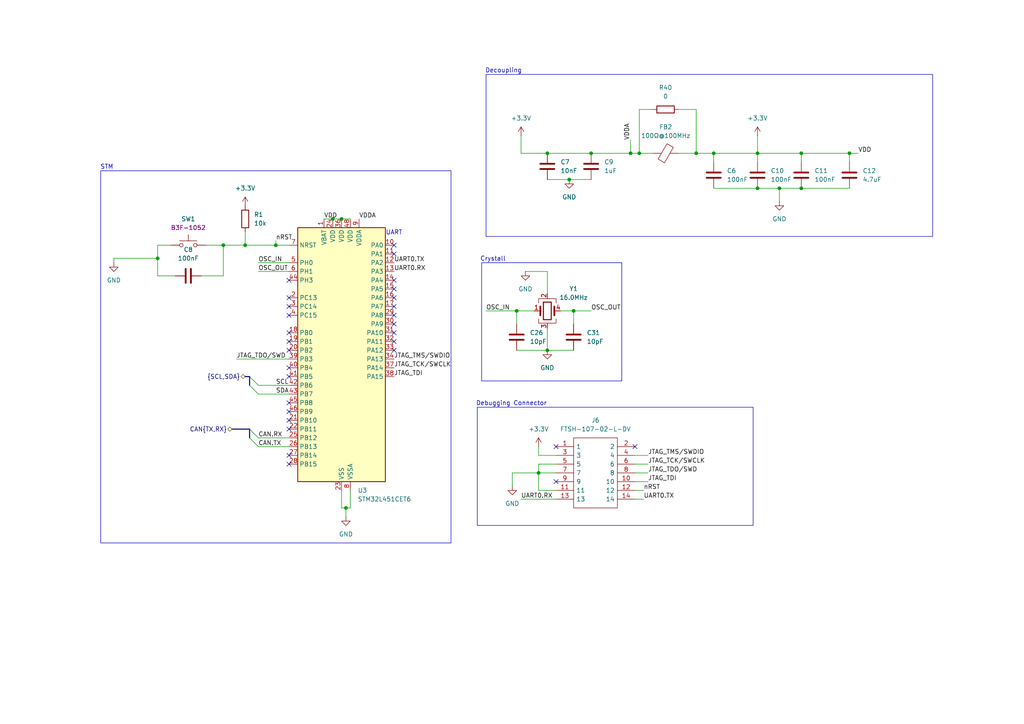
<source format=kicad_sch>
(kicad_sch (version 20250114) (generator "eeschema") (generator_version "9.0")
  (paper "A4")
  (title_block (date "2025-10-21") (company "Giacomo Raggi"))
  (lib_symbols
    (symbol "#dzdb:g_cap/C-100n-0603" (pin_numbers (hide yes)) (pin_names (offset 0.254))
      (property "Reference" "C" (at 0.635 2.54 0))
      (property "Value" "100nF" (at 0.635 -2.54 0))
      (symbol "g_cap/C-100n-0603_0_1"
        (polyline (pts (xy -2.032 0.762) (xy 2.032 0.762)) (stroke (width 0.508)))
        (polyline (pts (xy -2.032 -0.762) (xy 2.032 -0.762)) (stroke (width 0.508)))
      )
      (symbol "g_cap/C-100n-0603_1_1"
        (pin passive line (at 0 3.81 270) (length 2.794) (name "~") (number "1"))
        (pin passive line (at 0 -3.81 90) (length 2.794) (name "~") (number "2"))
      )
    )
    (symbol "#dzdb:g_cap/C-10n-0603" (pin_numbers (hide yes)) (pin_names (offset 0.254))
      (property "Reference" "C" (at 0.635 2.54 0))
      (property "Value" "10nF" (at 0.635 -2.54 0))
      (symbol "g_cap/C-10n-0603_0_1"
        (polyline (pts (xy -2.032 0.762) (xy 2.032 0.762)) (stroke (width 0.508)))
        (polyline (pts (xy -2.032 -0.762) (xy 2.032 -0.762)) (stroke (width 0.508)))
      )
      (symbol "g_cap/C-10n-0603_1_1"
        (pin passive line (at 0 3.81 270) (length 2.794) (name "~") (number "1"))
        (pin passive line (at 0 -3.81 90) (length 2.794) (name "~") (number "2"))
      )
    )
    (symbol "#dzdb:g_cap/C-10p-0603" (pin_numbers (hide yes)) (pin_names (offset 0.254))
      (property "Reference" "C" (at 0.635 2.54 0))
      (property "Value" "10pF" (at 0.635 -2.54 0))
      (symbol "g_cap/C-10p-0603_0_1"
        (polyline (pts (xy -2.032 0.762) (xy 2.032 0.762)) (stroke (width 0.508)))
        (polyline (pts (xy -2.032 -0.762) (xy 2.032 -0.762)) (stroke (width 0.508)))
      )
      (symbol "g_cap/C-10p-0603_1_1"
        (pin passive line (at 0 3.81 270) (length 2.794) (name "~") (number "1"))
        (pin passive line (at 0 -3.81 90) (length 2.794) (name "~") (number "2"))
      )
    )
    (symbol "#dzdb:g_cap/C-1u-0603" (pin_numbers (hide yes)) (pin_names (offset 0.254))
      (property "Reference" "C" (at 0.635 2.54 0))
      (property "Value" "1uF" (at 0.635 -2.54 0))
      (symbol "g_cap/C-1u-0603_0_1"
        (polyline (pts (xy -2.032 0.762) (xy 2.032 0.762)) (stroke (width 0.508)))
        (polyline (pts (xy -2.032 -0.762) (xy 2.032 -0.762)) (stroke (width 0.508)))
      )
      (symbol "g_cap/C-1u-0603_1_1"
        (pin passive line (at 0 3.81 270) (length 2.794) (name "~") (number "1"))
        (pin passive line (at 0 -3.81 90) (length 2.794) (name "~") (number "2"))
      )
    )
    (symbol "#dzdb:g_cap/C-4.7u-0402" (pin_numbers (hide yes)) (pin_names (offset 0.254))
      (property "Reference" "C" (at 0.635 2.54 0))
      (property "Value" "4.7uF" (at 0.635 -2.54 0))
      (symbol "g_cap/C-4.7u-0402_0_1"
        (polyline (pts (xy -2.032 0.762) (xy 2.032 0.762)) (stroke (width 0.508)))
        (polyline (pts (xy -2.032 -0.762) (xy 2.032 -0.762)) (stroke (width 0.508)))
      )
      (symbol "g_cap/C-4.7u-0402_1_1"
        (pin passive line (at 0 3.81 270) (length 2.794) (name "~") (number "1"))
        (pin passive line (at 0 -3.81 90) (length 2.794) (name "~") (number "2"))
      )
    )
    (symbol "#dzdb:g_res/R-0-0201" (pin_numbers (hide yes)) (pin_names (offset 0))
      (property "Reference" "R" (at 2.032 0 90))
      (property "Value" "0" (at 0 0 90))
      (symbol "g_res/R-0-0201_0_1"
        (rectangle (start -1.016 -2.54) (end 1.016 2.54) (stroke (width 0.254)))
      )
      (symbol "g_res/R-0-0201_1_1"
        (pin passive line (at 0 3.81 270) (length 1.27) (name "~") (number "1"))
        (pin passive line (at 0 -3.81 90) (length 1.27) (name "~") (number "2"))
      )
    )
    (symbol "#dzdb:g_res/R-10k-0603" (pin_numbers (hide yes)) (pin_names (offset 0))
      (property "Reference" "R" (at 2.032 0 90))
      (property "Value" "10k" (at 0 0 90))
      (symbol "g_res/R-10k-0603_0_1"
        (rectangle (start -1.016 -2.54) (end 1.016 2.54) (stroke (width 0.254)))
      )
      (symbol "g_res/R-10k-0603_1_1"
        (pin passive line (at 0 3.81 270) (length 1.27) (name "~") (number "1"))
        (pin passive line (at 0 -3.81 90) (length 1.27) (name "~") (number "2"))
      )
    )
    (symbol "#dzdb:s_clock/Y-WUERTH-830064296" (pin_names (offset 1.016) (hide yes))
      (property "Reference" "Y" (at 3.175 5.08 0))
      (property "Value" "16.0MHz" (at 3.175 3.175 0))
      (symbol "s_clock/Y-WUERTH-830064296_0_1"
        (polyline (pts (xy -2.54 2.286) (xy -2.54 3.556) (xy 2.54 3.556) (xy 2.54 2.286)))
        (polyline (pts (xy -2.54 0) (xy -2.032 0)))
        (polyline (pts (xy -2.54 -2.286) (xy -2.54 -3.556) (xy 2.54 -3.556) (xy 2.54 -2.286)))
        (polyline (pts (xy -2.032 -1.27) (xy -2.032 1.27)) (stroke (width 0.508)))
        (rectangle (start -1.143 2.54) (end 1.143 -2.54) (stroke (width 0.3048)))
        (polyline (pts (xy 0 3.556) (xy 0 3.81)))
        (polyline (pts (xy 0 -3.81) (xy 0 -3.556)))
        (polyline (pts (xy 2.032 0) (xy 2.54 0)))
        (polyline (pts (xy 2.032 -1.27) (xy 2.032 1.27)) (stroke (width 0.508)))
      )
      (symbol "s_clock/Y-WUERTH-830064296_1_1"
        (pin passive line (at -3.81 0 0) (length 1.27) (name "1") (number "1"))
        (pin passive line (at 0 5.08 270) (length 1.27) (name "2") (number "2"))
        (pin passive line (at 0 -5.08 90) (length 1.27) (name "3") (number "3"))
        (pin passive line (at 3.81 0 180) (length 1.27) (name "4") (number "4"))
      )
    )
    (symbol "#dzdb:s_con/CON-SAMTEC-FTSH-107-02-L-DV" (pin_names (offset 0.762))
      (property "Reference" "J" (at 19.05 7.62 0))
      (property "Value" "FTSH-107-02-L-DV" (at 19.05 5.08 0))
      (symbol "s_con/CON-SAMTEC-FTSH-107-02-L-DV_0_0"
        (pin passive line (at 0 0 0) (length 5.08) (name "1") (number "1"))
        (pin passive line (at 0 -2.54 0) (length 5.08) (name "3") (number "3"))
        (pin passive line (at 0 -5.08 0) (length 5.08) (name "5") (number "5"))
        (pin passive line (at 0 -7.62 0) (length 5.08) (name "7") (number "7"))
        (pin passive line (at 0 -10.16 0) (length 5.08) (name "9") (number "9"))
        (pin passive line (at 0 -12.7 0) (length 5.08) (name "11") (number "11"))
        (pin passive line (at 0 -15.24 0) (length 5.08) (name "13") (number "13"))
        (pin passive line (at 22.86 0 180) (length 5.08) (name "2") (number "2"))
        (pin passive line (at 22.86 -2.54 180) (length 5.08) (name "4") (number "4"))
        (pin passive line (at 22.86 -5.08 180) (length 5.08) (name "6") (number "6"))
        (pin passive line (at 22.86 -7.62 180) (length 5.08) (name "8") (number "8"))
        (pin passive line (at 22.86 -10.16 180) (length 5.08) (name "10") (number "10"))
        (pin passive line (at 22.86 -12.7 180) (length 5.08) (name "12") (number "12"))
        (pin passive line (at 22.86 -15.24 180) (length 5.08) (name "14") (number "14"))
      )
      (symbol "s_con/CON-SAMTEC-FTSH-107-02-L-DV_0_1"
        (polyline (pts (xy 5.08 2.54) (xy 17.78 2.54) (xy 17.78 -17.78) (xy 5.08 -17.78) (xy 5.08 2.54)) (stroke (width 0.1524)))
      )
    )
    (symbol "#dzdb:s_ind/L-MUR-BLM18SP101SN1" (pin_numbers (hide yes)) (pin_names (offset 0))
      (property "Reference" "FB" (at -3.81 0.635 90))
      (property "Value" "100Ω@100MHz" (at 3.81 0 90))
      (symbol "s_ind/L-MUR-BLM18SP101SN1_0_1"
        (polyline (pts (xy -2.7686 0.4064) (xy -1.7018 2.2606) (xy 2.7686 -0.3048) (xy 1.6764 -2.159) (xy -2.7686 0.4064)))
        (polyline (pts (xy 0 1.27) (xy 0 1.2954)))
        (polyline (pts (xy 0 -1.27) (xy 0 -1.2192)))
      )
      (symbol "s_ind/L-MUR-BLM18SP101SN1_1_1"
        (pin passive line (at 0 3.81 270) (length 2.54) (name "~") (number "1"))
        (pin passive line (at 0 -3.81 90) (length 2.54) (name "~") (number "2"))
      )
    )
    (symbol "#dzdb:s_mech/M-OMR-B3F1052" (pin_numbers (hide yes)) (pin_names (offset 1.016) (hide yes))
      (property "Reference" "SW" (at 1.27 2.54 0))
      (property "MPN" "B3F-1052" (at 0 0 0))
      (symbol "s_mech/M-OMR-B3F1052_0_1"
        (circle (center -2.032 0) (radius 0.508))
        (polyline (pts (xy 0 1.27) (xy 0 3.048)))
        (circle (center 2.032 0) (radius 0.508))
        (polyline (pts (xy 2.54 1.27) (xy -2.54 1.27)))
        (pin passive line (at -5.08 0 0) (length 2.54) (name "1") (number "1"))
        (pin passive line (at 5.08 0 180) (length 2.54) (name "2") (number "2"))
      )
    )
    (symbol "g_cap/C-100n-0603_1" (pin_numbers (hide yes)) (pin_names (offset 0.254))
      (property "Reference" "C" (at 0.635 2.54 0))
      (property "Value" "100nF" (at 0.635 -2.54 0))
      (symbol "g_cap/C-100n-0603_1_0_1"
        (polyline (pts (xy -2.032 0.762) (xy 2.032 0.762)) (stroke (width 0.508)))
        (polyline (pts (xy -2.032 -0.762) (xy 2.032 -0.762)) (stroke (width 0.508)))
      )
      (symbol "g_cap/C-100n-0603_1_1_1"
        (pin passive line (at 0 3.81 270) (length 2.794) (name "~") (number "1"))
        (pin passive line (at 0 -3.81 90) (length 2.794) (name "~") (number "2"))
      )
    )
    (symbol "power:+3.3V" (power) (pin_numbers (hide yes)) (pin_names (offset 0) (hide yes))
      (property "Value" "+3.3V" (at 0 3.556 0))
      (symbol "+3.3V_0_1"
        (polyline (pts (xy -0.762 1.27) (xy 0 2.54)))
        (polyline (pts (xy 0 2.54) (xy 0.762 1.27)))
        (polyline (pts (xy 0 0) (xy 0 2.54)))
      )
      (symbol "+3.3V_1_1"
        (pin power_in line (at 0 0 90) (length 0) (name "~") (number "1"))
      )
    )
    (symbol "power:GND" (power) (pin_numbers (hide yes)) (pin_names (offset 0) (hide yes))
      (property "Value" "GND" (at 0 -3.81 0))
      (symbol "GND_0_1"
        (polyline (pts (xy 0 0) (xy 0 -1.27) (xy 1.27 -1.27) (xy 0 -2.54) (xy -1.27 -1.27) (xy 0 -1.27)))
      )
      (symbol "GND_1_1"
        (pin power_in line (at 0 0 270) (length 0) (name "~") (number "1"))
      )
    )
    (symbol "s_mcu/M-STM-STM32L451CET6_1"
      (property "Reference" "U" (at -12.7 39.37 0))
      (property "Value" "STM32L451CET6" (at 7.62 39.37 0))
      (symbol "s_mcu/M-STM-STM32L451CET6_1_0_1"
        (rectangle (start -12.7 -35.56) (end 12.7 38.1) (stroke (width 0.254)) (fill (type background)))
      )
      (symbol "s_mcu/M-STM-STM32L451CET6_1_1_1"
        (pin input line (at -15.24 33.02 0) (length 2.54) (name "NRST") (number "7"))
        (pin bidirectional line (at -15.24 27.94 0) (length 2.54) (name "PH0") (number "5"))
        (pin bidirectional line (at -15.24 25.4 0) (length 2.54) (name "PH1") (number "6"))
        (pin bidirectional line (at -15.24 22.86 0) (length 2.54) (name "PH3") (number "44"))
        (pin bidirectional line (at -15.24 17.78 0) (length 2.54) (name "PC13") (number "2"))
        (pin bidirectional line (at -15.24 15.24 0) (length 2.54) (name "PC14") (number "3"))
        (pin bidirectional line (at -15.24 12.7 0) (length 2.54) (name "PC15") (number "4"))
        (pin bidirectional line (at -15.24 7.62 0) (length 2.54) (name "PB0") (number "18"))
        (pin bidirectional line (at -15.24 5.08 0) (length 2.54) (name "PB1") (number "19"))
        (pin bidirectional line (at -15.24 2.54 0) (length 2.54) (name "PB2") (number "20"))
        (pin bidirectional line (at -15.24 0 0) (length 2.54) (name "PB3") (number "39"))
        (pin bidirectional line (at -15.24 -2.54 0) (length 2.54) (name "PB4") (number "40"))
        (pin bidirectional line (at -15.24 -5.08 0) (length 2.54) (name "PB5") (number "41"))
        (pin bidirectional line (at -15.24 -7.62 0) (length 2.54) (name "PB6") (number "42"))
        (pin bidirectional line (at -15.24 -10.16 0) (length 2.54) (name "PB7") (number "43"))
        (pin bidirectional line (at -15.24 -12.7 0) (length 2.54) (name "PB8") (number "45"))
        (pin bidirectional line (at -15.24 -15.24 0) (length 2.54) (name "PB9") (number "46"))
        (pin bidirectional line (at -15.24 -17.78 0) (length 2.54) (name "PB10") (number "21"))
        (pin bidirectional line (at -15.24 -20.32 0) (length 2.54) (name "PB11") (number "22"))
        (pin bidirectional line (at -15.24 -22.86 0) (length 2.54) (name "PB12") (number "25"))
        (pin bidirectional line (at -15.24 -25.4 0) (length 2.54) (name "PB13") (number "26"))
        (pin bidirectional line (at -15.24 -27.94 0) (length 2.54) (name "PB14") (number "27"))
        (pin bidirectional line (at -15.24 -30.48 0) (length 2.54) (name "PB15") (number "28"))
        (pin power_in line (at -5.08 40.64 270) (length 2.54) (name "VBAT") (number "1"))
        (pin power_in line (at -2.54 40.64 270) (length 2.54) (name "VDD") (number "24"))
        (pin power_in line (at 0 40.64 270) (length 2.54) (name "VDD") (number "36"))
        (pin power_in line (at 0 -38.1 90) (length 2.54) (name "VSS") (number "23"))
        (pin passive line (at 0 -38.1 90) (length 2.54) (hide yes) (name "VSS") (number "35"))
        (pin passive line (at 0 -38.1 90) (length 2.54) (hide yes) (name "VSS") (number "47"))
        (pin power_in line (at 2.54 40.64 270) (length 2.54) (name "VDD") (number "48"))
        (pin power_in line (at 2.54 -38.1 90) (length 2.54) (name "VSSA") (number "8"))
        (pin power_in line (at 5.08 40.64 270) (length 2.54) (name "VDDA") (number "9"))
        (pin bidirectional line (at 15.24 33.02 180) (length 2.54) (name "PA0") (number "10"))
        (pin bidirectional line (at 15.24 30.48 180) (length 2.54) (name "PA1") (number "11"))
        (pin bidirectional line (at 15.24 27.94 180) (length 2.54) (name "PA2") (number "12"))
        (pin bidirectional line (at 15.24 25.4 180) (length 2.54) (name "PA3") (number "13"))
        (pin bidirectional line (at 15.24 22.86 180) (length 2.54) (name "PA4") (number "14"))
        (pin bidirectional line (at 15.24 20.32 180) (length 2.54) (name "PA5") (number "15"))
        (pin bidirectional line (at 15.24 17.78 180) (length 2.54) (name "PA6") (number "16"))
        (pin bidirectional line (at 15.24 15.24 180) (length 2.54) (name "PA7") (number "17"))
        (pin bidirectional line (at 15.24 12.7 180) (length 2.54) (name "PA8") (number "29"))
        (pin bidirectional line (at 15.24 10.16 180) (length 2.54) (name "PA9") (number "30"))
        (pin bidirectional line (at 15.24 7.62 180) (length 2.54) (name "PA10") (number "31"))
        (pin bidirectional line (at 15.24 5.08 180) (length 2.54) (name "PA11") (number "32"))
        (pin bidirectional line (at 15.24 2.54 180) (length 2.54) (name "PA12") (number "33"))
        (pin bidirectional line (at 15.24 0 180) (length 2.54) (name "PA13") (number "34"))
        (pin bidirectional line (at 15.24 -2.54 180) (length 2.54) (name "PA14") (number "37"))
        (pin bidirectional line (at 15.24 -5.08 180) (length 2.54) (name "PA15") (number "38"))
      )
    )
  )
  (rectangle (start 29.21 49.53) (end 130.81 157.48))
  (rectangle (start 139.7 76.2) (end 180.34 110.49))
  (rectangle (start 138.43 118.11) (end 218.44 152.4))
  (rectangle (start 140.97 21.59) (end 270.51 68.58))
  (text "Debugging Connector" (at 148.336 117.094 0) (effects (font (size 1.27 1.27))))
  (text "UART\n" (at 114.3 67.564 0) (effects (font (size 1.27 1.27))))
  (text "Decoupling" (at 146.05 20.574 0) (effects (font (size 1.27 1.27))))
  (text "STM" (at 30.988 48.514 0) (effects (font (size 1.27 1.27))))
  (text "Crystall\n" (at 143.002 75.184 0) (effects (font (size 1.27 1.27))))
  (junction (at 149.86 90.17))
  (junction (at 100.33 147.32))
  (junction (at 226.06 54.61))
  (junction (at 219.71 54.61))
  (junction (at 71.12 71.12))
  (junction (at 96.52 63.5))
  (junction (at 80.01 71.12))
  (junction (at 232.41 44.45))
  (junction (at 185.42 44.45))
  (junction (at 156.21 137.16))
  (junction (at 158.75 44.45))
  (junction (at 201.93 44.45))
  (junction (at 219.71 44.45))
  (junction (at 246.38 44.45))
  (junction (at 165.1 52.07))
  (junction (at 99.06 63.5))
  (junction (at 158.75 101.6))
  (junction (at 182.88 44.45))
  (junction (at 207.01 44.45))
  (junction (at 64.77 71.12))
  (junction (at 166.37 90.17))
  (junction (at 171.45 44.45))
  (junction (at 45.72 74.93))
  (junction (at 232.41 54.61))
  (no_connect (at 114.3 81.28))
  (no_connect (at 114.3 73.66))
  (no_connect (at 83.82 124.46))
  (no_connect (at 83.82 86.36))
  (no_connect (at 83.82 106.68))
  (no_connect (at 184.15 129.54))
  (no_connect (at 83.82 99.06))
  (no_connect (at 114.3 96.52))
  (no_connect (at 83.82 91.44))
  (no_connect (at 114.3 86.36))
  (no_connect (at 83.82 132.08))
  (no_connect (at 114.3 101.6))
  (no_connect (at 83.82 81.28))
  (no_connect (at 83.82 116.84))
  (no_connect (at 83.82 109.22))
  (no_connect (at 114.3 99.06))
  (no_connect (at 114.3 71.12))
  (no_connect (at 83.82 101.6))
  (no_connect (at 83.82 119.38))
  (no_connect (at 161.29 139.7))
  (no_connect (at 161.29 129.54))
  (no_connect (at 114.3 88.9))
  (no_connect (at 83.82 121.92))
  (no_connect (at 83.82 96.52))
  (no_connect (at 83.82 134.62))
  (no_connect (at 114.3 83.82))
  (no_connect (at 114.3 91.44))
  (no_connect (at 114.3 93.98))
  (no_connect (at 83.82 88.9))
  (bus_entry (at 72.39 109.22) (size 2.54 2.54))
  (bus_entry (at 72.39 111.76) (size 2.54 2.54))
  (bus_entry (at 72.39 127) (size 2.54 2.54))
  (bus_entry (at 72.39 124.46) (size 2.54 2.54))
  (wire (pts (xy 149.86 90.17) (xy 149.86 93.98)))
  (wire (pts (xy 149.86 90.17) (xy 154.94 90.17)))
  (wire (pts (xy 71.12 71.12) (xy 80.01 71.12)))
  (wire (pts (xy 68.58 104.14) (xy 83.82 104.14)))
  (wire (pts (xy 59.69 71.12) (xy 64.77 71.12)))
  (wire (pts (xy 184.15 134.62) (xy 187.96 134.62)))
  (wire (pts (xy 171.45 44.45) (xy 182.88 44.45)))
  (wire (pts (xy 184.15 142.24) (xy 186.69 142.24)))
  (wire (pts (xy 45.72 71.12) (xy 49.53 71.12)))
  (wire (pts (xy 184.15 137.16) (xy 187.96 137.16)))
  (wire (pts (xy 226.06 54.61) (xy 226.06 58.42)))
  (wire (pts (xy 232.41 54.61) (xy 246.38 54.61)))
  (wire (pts (xy 74.93 111.76) (xy 83.82 111.76)))
  (wire (pts (xy 33.02 74.93) (xy 33.02 76.2)))
  (wire (pts (xy 151.13 44.45) (xy 151.13 39.37)))
  (wire (pts (xy 226.06 54.61) (xy 232.41 54.61)))
  (wire (pts (xy 99.06 142.24) (xy 99.06 147.32)))
  (wire (pts (xy 140.97 90.17) (xy 149.86 90.17)))
  (wire (pts (xy 184.15 132.08) (xy 187.96 132.08)))
  (wire (pts (xy 185.42 31.75) (xy 185.42 44.45)))
  (wire (pts (xy 74.93 129.54) (xy 83.82 129.54)))
  (wire (pts (xy 158.75 44.45) (xy 151.13 44.45)))
  (wire (pts (xy 33.02 74.93) (xy 45.72 74.93)))
  (wire (pts (xy 207.01 44.45) (xy 207.01 46.99)))
  (wire (pts (xy 151.13 144.78) (xy 161.29 144.78)))
  (wire (pts (xy 45.72 74.93) (xy 45.72 71.12)))
  (wire (pts (xy 219.71 39.37) (xy 219.71 44.45)))
  (wire (pts (xy 158.75 85.09) (xy 158.75 78.74)))
  (wire (pts (xy 158.75 52.07) (xy 165.1 52.07)))
  (wire (pts (xy 161.29 137.16) (xy 156.21 137.16)))
  (wire (pts (xy 64.77 71.12) (xy 71.12 71.12)))
  (wire (pts (xy 50.8 80.01) (xy 45.72 80.01)))
  (wire (pts (xy 232.41 44.45) (xy 232.41 46.99)))
  (wire (pts (xy 184.15 139.7) (xy 187.96 139.7)))
  (wire (pts (xy 166.37 101.6) (xy 158.75 101.6)))
  (bus (pts (xy 72.39 109.22) (xy 72.39 111.76)))
  (wire (pts (xy 74.93 76.2) (xy 83.82 76.2)))
  (wire (pts (xy 219.71 44.45) (xy 219.71 46.99)))
  (wire (pts (xy 246.38 44.45) (xy 232.41 44.45)))
  (wire (pts (xy 165.1 52.07) (xy 171.45 52.07)))
  (wire (pts (xy 64.77 80.01) (xy 58.42 80.01)))
  (wire (pts (xy 156.21 132.08) (xy 156.21 129.54)))
  (wire (pts (xy 185.42 44.45) (xy 189.23 44.45)))
  (bus (pts (xy 72.39 124.46) (xy 67.31 124.46)))
  (wire (pts (xy 74.93 78.74) (xy 83.82 78.74)))
  (wire (pts (xy 45.72 80.01) (xy 45.72 74.93)))
  (wire (pts (xy 93.98 63.5) (xy 96.52 63.5)))
  (wire (pts (xy 246.38 44.45) (xy 248.92 44.45)))
  (wire (pts (xy 232.41 44.45) (xy 219.71 44.45)))
  (wire (pts (xy 101.6 147.32) (xy 101.6 142.24)))
  (wire (pts (xy 74.93 114.3) (xy 83.82 114.3)))
  (wire (pts (xy 162.56 90.17) (xy 166.37 90.17)))
  (wire (pts (xy 161.29 132.08) (xy 156.21 132.08)))
  (wire (pts (xy 246.38 44.45) (xy 246.38 46.99)))
  (wire (pts (xy 158.75 95.25) (xy 158.75 101.6)))
  (wire (pts (xy 219.71 44.45) (xy 207.01 44.45)))
  (wire (pts (xy 219.71 54.61) (xy 226.06 54.61)))
  (wire (pts (xy 80.01 71.12) (xy 83.82 71.12)))
  (bus (pts (xy 72.39 127) (xy 72.39 124.46)))
  (wire (pts (xy 101.6 147.32) (xy 100.33 147.32)))
  (wire (pts (xy 182.88 40.64) (xy 182.88 44.45)))
  (wire (pts (xy 158.75 78.74) (xy 152.4 78.74)))
  (wire (pts (xy 80.01 69.85) (xy 80.01 71.12)))
  (wire (pts (xy 171.45 44.45) (xy 158.75 44.45)))
  (wire (pts (xy 185.42 31.75) (xy 189.23 31.75)))
  (wire (pts (xy 100.33 147.32) (xy 100.33 149.86)))
  (wire (pts (xy 201.93 44.45) (xy 201.93 31.75)))
  (wire (pts (xy 156.21 142.24) (xy 161.29 142.24)))
  (wire (pts (xy 166.37 90.17) (xy 171.45 90.17)))
  (bus (pts (xy 71.12 109.22) (xy 72.39 109.22)))
  (wire (pts (xy 96.52 63.5) (xy 99.06 63.5)))
  (wire (pts (xy 156.21 134.62) (xy 156.21 137.16)))
  (wire (pts (xy 182.88 44.45) (xy 185.42 44.45)))
  (wire (pts (xy 196.85 44.45) (xy 201.93 44.45)))
  (wire (pts (xy 184.15 144.78) (xy 186.69 144.78)))
  (wire (pts (xy 201.93 31.75) (xy 196.85 31.75)))
  (wire (pts (xy 156.21 137.16) (xy 156.21 142.24)))
  (wire (pts (xy 149.86 101.6) (xy 158.75 101.6)))
  (wire (pts (xy 166.37 90.17) (xy 166.37 93.98)))
  (wire (pts (xy 148.59 140.97) (xy 148.59 137.16)))
  (wire (pts (xy 71.12 67.31) (xy 71.12 71.12)))
  (wire (pts (xy 99.06 147.32) (xy 100.33 147.32)))
  (wire (pts (xy 74.93 127) (xy 83.82 127)))
  (wire (pts (xy 207.01 44.45) (xy 201.93 44.45)))
  (wire (pts (xy 64.77 71.12) (xy 64.77 80.01)))
  (wire (pts (xy 148.59 137.16) (xy 156.21 137.16)))
  (wire (pts (xy 99.06 63.5) (xy 101.6 63.5)))
  (wire (pts (xy 161.29 134.62) (xy 156.21 134.62)))
  (wire (pts (xy 207.01 54.61) (xy 219.71 54.61)))
  (label "UART0.TX" (at 114.3 76.2 0))
  (label "UART0.RX" (at 114.3 78.74 0))
  (label "UART0.TX" (at 186.69 144.78 0))
  (label "VDDA" (at 182.88 40.64 90))
  (label "VDD" (at 248.92 44.45 0))
  (label "JTAG_TDO{slash}SWD" (at 187.96 137.16 0))
  (label "OSC_OUT" (at 74.93 78.74 0))
  (label "nRST" (at 80.01 69.85 0))
  (label "JTAG_TMS{slash}SWDIO" (at 187.96 132.08 0))
  (label "OSC_IN" (at 140.97 90.17 0))
  (label "JTAG_TDO{slash}SWD" (at 68.58 104.14 0))
  (label "JTAG_TMS{slash}SWDIO" (at 114.3 104.14 0))
  (label "CAN.RX" (at 74.93 127 0))
  (label "SDA" (at 80.01 114.3 0))
  (label "CAN.TX" (at 74.93 129.54 0))
  (label "JTAG_TCK{slash}SWCLK" (at 187.96 134.62 0))
  (label "OSC_IN" (at 74.93 76.2 0))
  (label "nRST" (at 186.69 142.24 0))
  (label "JTAG_TDI" (at 187.96 139.7 0))
  (label "UART0.RX" (at 151.13 144.78 0))
  (label "JTAG_TDI" (at 114.3 109.22 0))
  (label "OSC_OUT" (at 171.45 90.17 0))
  (label "VDD" (at 93.98 63.5 0))
  (label "VDDA" (at 104.14 63.5 0))
  (label "SCL" (at 80.01 111.76 0))
  (label "JTAG_TCK{slash}SWCLK" (at 114.3 106.68 0))
  (hierarchical_label "{SCL,SDA}" (shape bidirectional) (at 71.12 109.22 180))
  (hierarchical_label "CAN{TX,RX}" (shape bidirectional) (at 67.31 124.46 180))
  (symbol (lib_id "#dzdb:g_cap/C-100n-0603") (at 219.71 50.8 0) (unit 1)
    (property "Reference" "C10" (at 223.52 49.5299 0) (effects (justify left)))
    (property "Value" "100nF" (at 223.52 52.0699 0) (effects (justify left)))
    (property "Footprint" "Capacitor_SMD:C_0603_1608Metric" (effects (hide yes)))
    (property "Datasheet" "https://www.we-online.com/components/products/datasheet/885012206095.pdf" (effects (hide yes)))
    (property "Description" "Cap 100nF 50V 0603 C0G ±10%" (effects (hide yes)))
    (property "IPN" "C-100n-0603" (effects (hide yes)))
    (property "MPN" "885012206095" (effects (hide yes)))
    (property "Manufacturer" "Wurth Elektronik" (effects (hide yes)))
    (property "Capacitance" "100nF" (effects (hide yes)))
    (property "Voltage" "50V" (effects (hide yes)))
    (property "Material" "C0G" (effects (hide yes)))
    (property "Tolerance" "10%" (effects (hide yes)))
    (property "Supplier" "Mouser" (effects (hide yes)))
    (property "SPN" "710-885012206095" (effects (hide yes)))
    (property "LCSC" "CXXXXX" (effects (hide yes)))
    (property "Comment" "lifecycle=Active; note=Auto-generated" (effects (hide yes)))
  )
  (symbol (lib_id "power:GND") (at 148.59 140.97 0) (unit 1)
    (property "Reference" "#PWR012" (effects (hide yes)))
    (property "Value" "GND" (at 148.59 146.05 0))
    (property "Description" "Power symbol creates a global label with name \"GND\" , ground" (effects (hide yes)))
  )
  (symbol (lib_id "#dzdb:g_res/R-10k-0603") (at 71.12 63.5 0) (unit 1)
    (property "Reference" "R1" (at 73.66 62.2299 0) (effects (justify left)))
    (property "Value" "10k" (at 73.66 64.7699 0) (effects (justify left)))
    (property "Footprint" "Resistor_SMD:R_0603_1608Metric" (effects (hide yes)))
    (property "Datasheet" "https://www.we-online.com/components/products/datasheet/560112116005.pdf" (effects (hide yes)))
    (property "Description" "Thick Film Resistors - SMD WRIS-RSKS 10 kOhms 1 % 0.1 W 0603" (effects (hide yes)))
    (property "IPN" "R-10k-0603" (effects (hide yes)))
    (property "MPN" "560112116005" (effects (hide yes)))
    (property "Manufacturer" "Wurth Elektronik" (effects (hide yes)))
    (property "Resistance" "10k" (effects (hide yes)))
    (property "Power" "0.1 W" (effects (hide yes)))
    (property "Material" "Thick film" (effects (hide yes)))
    (property "Tolerance" "1 %" (effects (hide yes)))
    (property "Supplier" "Mouser" (effects (hide yes)))
    (property "SPN" "710-560112116005" (effects (hide yes)))
    (property "LCSC" "CXXXXX" (effects (hide yes)))
    (property "Comment" "lifecycle=Active; note=Auto-generated" (effects (hide yes)))
  )
  (symbol (lib_id "power:+3.3V") (at 219.71 39.37 0) (unit 1)
    (property "Reference" "#PWR032" (effects (hide yes)))
    (property "Value" "+3.3V" (at 219.71 34.29 0))
    (property "Description" "Power symbol creates a global label with name \"+3.3V\"" (effects (hide yes)))
  )
  (symbol (lib_id "#dzdb:g_cap/C-100n-0603") (at 232.41 50.8 0) (unit 1)
    (property "Reference" "C11" (at 236.22 49.5299 0) (effects (justify left)))
    (property "Value" "100nF" (at 236.22 52.0699 0) (effects (justify left)))
    (property "Footprint" "Capacitor_SMD:C_0603_1608Metric" (effects (hide yes)))
    (property "Datasheet" "https://www.we-online.com/components/products/datasheet/885012206095.pdf" (effects (hide yes)))
    (property "Description" "Cap 100nF 50V 0603 C0G ±10%" (effects (hide yes)))
    (property "IPN" "C-100n-0603" (effects (hide yes)))
    (property "MPN" "885012206095" (effects (hide yes)))
    (property "Manufacturer" "Wurth Elektronik" (effects (hide yes)))
    (property "Capacitance" "100nF" (effects (hide yes)))
    (property "Voltage" "50V" (effects (hide yes)))
    (property "Material" "C0G" (effects (hide yes)))
    (property "Tolerance" "10%" (effects (hide yes)))
    (property "Supplier" "Mouser" (effects (hide yes)))
    (property "SPN" "710-885012206095" (effects (hide yes)))
    (property "LCSC" "CXXXXX" (effects (hide yes)))
    (property "Comment" "lifecycle=Active; note=Auto-generated" (effects (hide yes)))
  )
  (symbol (lib_name "g_cap/C-100n-0603_1") (lib_id "#dzdb:g_cap/C-100n-0603") (at 54.61 80.01 270) (unit 1)
    (property "Reference" "C8" (at 54.61 72.39 90))
    (property "Value" "100nF" (at 54.61 74.93 90))
    (property "Footprint" "Capacitor_SMD:C_0603_1608Metric" (effects (hide yes)))
    (property "Datasheet" "https://www.we-online.com/components/products/datasheet/885012206095.pdf" (effects (hide yes)))
    (property "Description" "Cap 100nF 50V 0603 C0G ±10%" (effects (hide yes)))
    (property "IPN" "C-100n-0603" (effects (hide yes)))
    (property "MPN" "885012206095" (effects (hide yes)))
    (property "Manufacturer" "Wurth Elektronik" (effects (hide yes)))
    (property "Capacitance" "100nF" (effects (hide yes)))
    (property "Voltage" "50V" (effects (hide yes)))
    (property "Material" "C0G" (effects (hide yes)))
    (property "Tolerance" "10%" (effects (hide yes)))
    (property "Supplier" "Mouser" (effects (hide yes)))
    (property "SPN" "710-885012206095" (effects (hide yes)))
    (property "LCSC" "CXXXXX" (effects (hide yes)))
    (property "Comment" "lifecycle=Active; note=Auto-generated" (effects (hide yes)))
  )
  (symbol (lib_id "#dzdb:s_mech/M-OMR-B3F1052") (at 54.61 71.12 0) (unit 1)
    (property "Reference" "SW1" (at 54.61 63.5 0))
    (property "Value" "Button Switch SPST-No" (effects (hide yes)))
    (property "Footprint" "Button_Switch_THT:SW_PUSH_6mm" (effects (hide yes)))
    (property "Datasheet" "https://components.omron.com/eu-en/sites/components.omron.com.eu/files/datasheet_pdf/A070-E1.pdf" (effects (hide yes)))
    (property "Description" "Tactile Switch SPST-NO 50mA 24V Through Hole" (effects (hide yes)))
    (property "IPN" "M-OMR-B3F1052" (effects (hide yes)))
    (property "MPN" "B3F-1052" (at 54.61 66.04 0))
    (property "Manufacturer" "Omron" (effects (hide yes)))
    (property "Symbol" "Switch:SW_Push" (effects (hide yes)))
    (property "Type" "Switch" (effects (hide yes)))
    (property "Supplier" "Mouser" (effects (hide yes)))
    (property "SPN" "653-B3F-1052" (effects (hide yes)))
    (property "LCSC" "C87037" (effects (hide yes)))
    (property "Comment" "lifecycle=Active; Note=Common for breadboards; orientation=Vertical; features=Square button; actuation_force=150gf; travel=0.6mm" (effects (hide yes)))
  )
  (symbol (lib_id "power:GND") (at 158.75 101.6 0) (unit 1)
    (property "Reference" "#PWR025" (effects (hide yes)))
    (property "Value" "GND" (at 158.75 106.68 0))
    (property "Description" "Power symbol creates a global label with name \"GND\" , ground" (effects (hide yes)))
  )
  (symbol (lib_id "power:+3.3V") (at 156.21 129.54 0) (unit 1)
    (property "Reference" "#PWR0101" (effects (hide yes)))
    (property "Value" "+3.3V" (at 156.21 124.46 0))
    (property "Description" "Power symbol creates a global label with name \"+3.3V\"" (effects (hide yes)))
  )
  (symbol (lib_id "#dzdb:g_res/R-0-0201") (at 193.04 31.75 90) (unit 1)
    (property "Reference" "R40" (at 193.04 25.4 90))
    (property "Value" "0" (at 193.04 27.94 90))
    (property "Footprint" "Resistor_SMD:R_0201_0603Metric" (effects (hide yes)))
    (property "Datasheet" "https://industrial.panasonic.com/ww/products/pt/general-purpose-chip-resistors/models/ERJ1GE0R00C" (effects (hide yes)))
    (property "Description" "Res 0Ω 0.05W 0201 Thick Film jumper" (effects (hide yes)))
    (property "IPN" "R-0-0201" (effects (hide yes)))
    (property "MPN" "ERJ-1GN0R00C" (effects (hide yes)))
    (property "Manufacturer" "Panasonic" (effects (hide yes)))
    (property "Resistance" "0" (effects (hide yes)))
    (property "Power" "0.05W" (effects (hide yes)))
    (property "Material" "Thick Film" (effects (hide yes)))
    (property "Tolerance" "5%" (effects (hide yes)))
    (property "Supplier" "Mouser" (effects (hide yes)))
    (property "SPN" "667-ERJ-1GN0R00C" (effects (hide yes)))
    (property "LCSC" "C473473" (effects (hide yes)))
    (property "Comment" "lifecycle=Active; note=Zero-ohm jumper; note=AEC-Q200 compliant" (effects (hide yes)))
  )
  (symbol (lib_name "s_mcu/M-STM-STM32L451CET6_1") (lib_id "#dzdb:s_mcu/M-STM-STM32L451CET6") (at 99.06 104.14 0) (unit 1)
    (property "Reference" "U3" (at 103.7433 142.24 0) (effects (justify left)))
    (property "Value" "STM32L451CET6" (at 103.7433 144.78 0) (effects (justify left)))
    (property "Footprint" "dz_mcu:STM32L451CET6" (effects (hide yes)))
    (property "Datasheet" "https://www.st.com/resource/en/datasheet/stm32l451cc.pdf" (effects (hide yes)))
    (property "Description" "MCU 32-Bit ARM Cortex M4 80MHz LQFP48" (effects (hide yes)))
    (property "IPN" "M-STM-STM32L451CET6" (effects (hide yes)))
    (property "MPN" "STM32L451CET6" (effects (hide yes)))
    (property "Manufacturer" "STMicroelectronics" (effects (hide yes)))
    (property "Core" "Cortex-M4" (effects (hide yes)))
    (property "Flash" "512KB" (effects (hide yes)))
    (property "RAM" "160KB" (effects (hide yes)))
    (property "Freq" "80MHz" (effects (hide yes)))
    (property "Voltage" "1.71V-3.6V" (effects (hide yes)))
    (property "Pins" "38" (effects (hide yes)))
    (property "ADC" "12bit" (effects (hide yes)))
    (property "DAC" "12bit" (effects (hide yes)))
    (property "Interfaces" "I2C SPI UART USART CAN" (effects (hide yes)))
    (property "Special" "DMA RTC" (effects (hide yes)))
    (property "Package" "LQFP48" (effects (hide yes)))
    (property "Temp Range" "-40°C to 85°C" (effects (hide yes)))
    (property "Supplier" " Mouser" (effects (hide yes)))
    (property "SPN" "511-STM32L451CET6" (effects (hide yes)))
    (property "LCSC" "C5269846" (effects (hide yes)))
    (property "Comment" "lifecycle=Active" (effects (hide yes)))
  )
  (symbol (lib_id "power:GND") (at 226.06 58.42 0) (unit 1)
    (property "Reference" "#PWR031" (effects (hide yes)))
    (property "Value" "GND" (at 226.06 63.5 0))
    (property "Description" "Power symbol creates a global label with name \"GND\" , ground" (effects (hide yes)))
  )
  (symbol (lib_id "#dzdb:g_cap/C-1u-0603") (at 171.45 48.26 0) (unit 1)
    (property "Reference" "C9" (at 175.26 46.9899 0) (effects (justify left)))
    (property "Value" "1uF" (at 175.26 49.5299 0) (effects (justify left)))
    (property "Footprint" "Capacitor_SMD:C_0603_1608Metric" (effects (hide yes)))
    (property "Datasheet" "https://www.we-online.com/components/products/datasheet/885012206126.pdf" (effects (hide yes)))
    (property "Description" "Cap 1uF 50V 0603 C0G ±10%" (effects (hide yes)))
    (property "IPN" "C-1u-0603" (effects (hide yes)))
    (property "MPN" "885012206126" (effects (hide yes)))
    (property "Manufacturer" "Wurth Elektronik" (effects (hide yes)))
    (property "Capacitance" "1uF" (effects (hide yes)))
    (property "Voltage" "50V" (effects (hide yes)))
    (property "Material" "C0G" (effects (hide yes)))
    (property "Tolerance" "10%" (effects (hide yes)))
    (property "Supplier" "Mouser" (effects (hide yes)))
    (property "SPN" "710-885012206126" (effects (hide yes)))
    (property "LCSC" "CXXXXX" (effects (hide yes)))
    (property "Comment" "lifecycle=Active; note=Auto-generated" (effects (hide yes)))
  )
  (symbol (lib_id "#dzdb:g_cap/C-10n-0603") (at 158.75 48.26 0) (unit 1)
    (property "Reference" "C7" (at 162.56 46.9899 0) (effects (justify left)))
    (property "Value" "10nF" (at 162.56 49.5299 0) (effects (justify left)))
    (property "Footprint" "Capacitor_SMD:C_0603_1608Metric" (effects (hide yes)))
    (property "Datasheet" "https://www.we-online.com/components/products/datasheet/885012206089.pdf" (effects (hide yes)))
    (property "Description" "Cap 10nF 50V 0603 C0G ±10%" (effects (hide yes)))
    (property "IPN" "C-10n-0603" (effects (hide yes)))
    (property "MPN" "885012206089" (effects (hide yes)))
    (property "Manufacturer" "Wurth Elektronik" (effects (hide yes)))
    (property "Capacitance" "10nF" (effects (hide yes)))
    (property "Voltage" "50V" (effects (hide yes)))
    (property "Material" "C0G" (effects (hide yes)))
    (property "Tolerance" "10%" (effects (hide yes)))
    (property "Supplier" "Mouser" (effects (hide yes)))
    (property "SPN" "710-885012206089" (effects (hide yes)))
    (property "LCSC" "CXXXXX" (effects (hide yes)))
    (property "Comment" "lifecycle=Active; note=Auto-generated" (effects (hide yes)))
  )
  (symbol (lib_id "#dzdb:g_cap/C-10p-0603") (at 166.37 97.79 0) (unit 1)
    (property "Reference" "C31" (at 170.18 96.5199 0) (effects (justify left)))
    (property "Value" "10pF" (at 170.18 99.0599 0) (effects (justify left)))
    (property "Footprint" "Capacitor_SMD:C_0603_1608Metric" (effects (hide yes)))
    (property "Datasheet" "https://www.we-online.com/components/products/datasheet/885012006051.pdf" (effects (hide yes)))
    (property "Description" "Cap 10pF 50V 0603 C0G ±5%" (effects (hide yes)))
    (property "IPN" "C-10p-0603" (effects (hide yes)))
    (property "MPN" "885012006051" (effects (hide yes)))
    (property "Manufacturer" "Wurth Elektronik" (effects (hide yes)))
    (property "Capacitance" "10pF" (effects (hide yes)))
    (property "Voltage" "50V" (effects (hide yes)))
    (property "Material" "C0G" (effects (hide yes)))
    (property "Tolerance" "5%" (effects (hide yes)))
    (property "Supplier" "Mouser" (effects (hide yes)))
    (property "SPN" "710-885012006051" (effects (hide yes)))
    (property "LCSC" "CXXXXX" (effects (hide yes)))
    (property "Comment" "lifecycle=Active; note=Auto-generated" (effects (hide yes)))
  )
  (symbol (lib_id "#dzdb:s_con/CON-SAMTEC-FTSH-107-02-L-DV") (at 161.29 129.54 0) (unit 1)
    (property "Reference" "J6" (at 172.72 121.92 0))
    (property "Value" "FTSH-107-02-L-DV" (at 172.72 124.46 0))
    (property "Footprint" "dz_con:FTSH-107-XX-YYY-DV" (effects (hide yes)))
    (property "Datasheet" "https://www.mouser.ch/datasheet/3/85/1/ftsh_smt.pdf" (effects (hide yes)))
    (property "Description" "14 Pin Male header smd (STLink v3)" (effects (hide yes)))
    (property "Description_1" "14 Position, High Reliability Header Strips, 0.050&quot; pitch" (effects (hide yes)))
    (property "Mouser Part Number" "200-FTSH10702LDV" (effects (hide yes)))
    (property "Mouser Price/Stock" "https://www.mouser.co.uk/ProductDetail/Samtec/FTSH-107-02-L-DV?qs=0lQeLiL1qyZs3O9B0vxzcQ%3D%3D" (effects (hide yes)))
    (property "Manufacturer_Name" "SAMTEC" (effects (hide yes)))
    (property "Manufacturer_Part_Number" "FTSH-107-02-L-DV" (effects (hide yes)))
    (property "IPN" "CON-SAMTEC-FTSH-107-02-L-DV" (effects (hide yes)))
    (property "MPN" "FTSH-107-02-L-DV" (effects (hide yes)))
    (property "Manufacturer" "Samtec" (effects (hide yes)))
    (property "Symbol" "dz_con:FTSH-107-02-L-DV" (effects (hide yes)))
    (property "Type" "Connector" (effects (hide yes)))
    (property "Pin Count" "14" (effects (hide yes)))
    (property "Pitch" "1.27mm" (effects (hide yes)))
    (property "Supplier" "Mouser" (effects (hide yes)))
    (property "SPN" "200-FTSH10702LDV" (effects (hide yes)))
    (property "Comment" "14 Pin Male header smd (STLink v3)" (effects (hide yes)))
  )
  (symbol (lib_id "#dzdb:g_cap/C-100n-0603") (at 207.01 50.8 0) (unit 1)
    (property "Reference" "C6" (at 210.82 49.5299 0) (effects (justify left)))
    (property "Value" "100nF" (at 210.82 52.0699 0) (effects (justify left)))
    (property "Footprint" "Capacitor_SMD:C_0603_1608Metric" (effects (hide yes)))
    (property "Datasheet" "https://www.we-online.com/components/products/datasheet/885012206095.pdf" (effects (hide yes)))
    (property "Description" "Cap 100nF 50V 0603 C0G ±10%" (effects (hide yes)))
    (property "IPN" "C-100n-0603" (effects (hide yes)))
    (property "MPN" "885012206095" (effects (hide yes)))
    (property "Manufacturer" "Wurth Elektronik" (effects (hide yes)))
    (property "Capacitance" "100nF" (effects (hide yes)))
    (property "Voltage" "50V" (effects (hide yes)))
    (property "Material" "C0G" (effects (hide yes)))
    (property "Tolerance" "10%" (effects (hide yes)))
    (property "Supplier" "Mouser" (effects (hide yes)))
    (property "SPN" "710-885012206095" (effects (hide yes)))
    (property "LCSC" "CXXXXX" (effects (hide yes)))
    (property "Comment" "lifecycle=Active; note=Auto-generated" (effects (hide yes)))
  )
  (symbol (lib_id "power:GND") (at 165.1 52.07 0) (unit 1)
    (property "Reference" "#PWR030" (effects (hide yes)))
    (property "Value" "GND" (at 165.1 57.15 0))
    (property "Description" "Power symbol creates a global label with name \"GND\" , ground" (effects (hide yes)))
  )
  (symbol (lib_id "power:GND") (at 152.4 78.74 0) (unit 1)
    (property "Reference" "#PWR024" (effects (hide yes)))
    (property "Value" "GND" (at 152.4 83.82 0))
    (property "Description" "Power symbol creates a global label with name \"GND\" , ground" (effects (hide yes)))
  )
  (symbol (lib_id "#dzdb:g_cap/C-10p-0603") (at 149.86 97.79 0) (unit 1)
    (property "Reference" "C26" (at 153.67 96.5199 0) (effects (justify left)))
    (property "Value" "10pF" (at 153.67 99.0599 0) (effects (justify left)))
    (property "Footprint" "Capacitor_SMD:C_0603_1608Metric" (effects (hide yes)))
    (property "Datasheet" "https://www.we-online.com/components/products/datasheet/885012006051.pdf" (effects (hide yes)))
    (property "Description" "Cap 10pF 50V 0603 C0G ±5%" (effects (hide yes)))
    (property "IPN" "C-10p-0603" (effects (hide yes)))
    (property "MPN" "885012006051" (effects (hide yes)))
    (property "Manufacturer" "Wurth Elektronik" (effects (hide yes)))
    (property "Capacitance" "10pF" (effects (hide yes)))
    (property "Voltage" "50V" (effects (hide yes)))
    (property "Material" "C0G" (effects (hide yes)))
    (property "Tolerance" "5%" (effects (hide yes)))
    (property "Supplier" "Mouser" (effects (hide yes)))
    (property "SPN" "710-885012006051" (effects (hide yes)))
    (property "LCSC" "CXXXXX" (effects (hide yes)))
    (property "Comment" "lifecycle=Active; note=Auto-generated" (effects (hide yes)))
  )
  (symbol (lib_id "power:GND") (at 33.02 76.2 0) (unit 1)
    (property "Reference" "#PWR026" (effects (hide yes)))
    (property "Value" "GND" (at 33.02 81.28 0))
    (property "Description" "Power symbol creates a global label with name \"GND\" , ground" (effects (hide yes)))
  )
  (symbol (lib_id "power:GND") (at 100.33 149.86 0) (unit 1)
    (property "Reference" "#PWR027" (effects (hide yes)))
    (property "Value" "GND" (at 100.33 154.94 0))
    (property "Description" "Power symbol creates a global label with name \"GND\" , ground" (effects (hide yes)))
  )
  (symbol (lib_id "#dzdb:s_clock/Y-WUERTH-830064296") (at 158.75 90.17 0) (unit 1)
    (property "Reference" "Y1" (at 166.37 83.7498 0))
    (property "Value" "16.0MHz" (at 166.37 86.2898 0))
    (property "Footprint" "Crystal:Crystal_SMD_3225-4Pin_3.2x2.5mm" (effects (hide yes)))
    (property "Datasheet" "https://www.mouser.ch/ProductDetail/Wurth-Elektronik/830064296?qs=2WXlatMagcHie2R9Uu0%252BSg%3D%3D" (effects (hide yes)))
    (property "Description" "CQuarze WE-XTAL 16.0MHz 20ppm 3.2 x 2.5mm" (effects (hide yes)))
    (property "IPN" "Y-WUERTH-830064296" (effects (hide yes)))
    (property "MPN" "830064296" (effects (hide yes)))
    (property "Manufacturer" "Würth Elektronik" (effects (hide yes)))
    (property "Frequency" "16.0MHz" (effects (hide yes)))
    (property "LoadCap" "8pF" (effects (hide yes)))
    (property "ESR" "70Ω" (effects (hide yes)))
    (property "Stability" "20ppm" (effects (hide yes)))
    (property "Supplier" "Mouser" (effects (hide yes)))
    (property "SPN" "710-830064296" (effects (hide yes)))
    (property "LCSC" "N/A" (effects (hide yes)))
    (property "Comment" "lifecycle=Active" (effects (hide yes)))
  )
  (symbol (lib_id "power:+3.3V") (at 71.12 59.69 0) (unit 1)
    (property "Reference" "#PWR028" (effects (hide yes)))
    (property "Value" "+3.3V" (at 71.12 54.61 0))
    (property "Description" "Power symbol creates a global label with name \"+3.3V\"" (effects (hide yes)))
  )
  (symbol (lib_id "#dzdb:s_ind/L-MUR-BLM18SP101SN1") (at 193.04 44.45 270) (unit 1)
    (property "Reference" "FB2" (at 193.0908 36.83 90))
    (property "Value" "100Ω@100MHz" (at 193.0908 39.37 90))
    (property "Footprint" "Inductor_SMD:L_0603_1608Metric" (effects (hide yes)))
    (property "Datasheet" "https://www.murata.com/products/productdetail?partno=BLM18SP101SN1%23" (effects (hide yes)))
    (property "Description" "Ferrite Bead 100Ω@100MHz 40Ω@10MHz 3.7A 0603" (effects (hide yes)))
    (property "IPN" "L-MUR-BLM18SP101SN1" (effects (hide yes)))
    (property "MPN" "BLM18SP101SN1" (effects (hide yes)))
    (property "Manufacturer" "Murata" (effects (hide yes)))
    (property "Inductance" "100Ω@100MHz" (effects (hide yes)))
    (property "Current" "3.7A" (effects (hide yes)))
    (property "DCR" "0.022Ω" (effects (hide yes)))
    (property "SRF" "100MHz" (effects (hide yes)))
    (property "Type" "Ferrite Bead" (effects (hide yes)))
    (property "Core" "Ferrite" (effects (hide yes)))
    (property "Saturation" "3.7A" (effects (hide yes)))
    (property "Supplier" "Mouser" (effects (hide yes)))
    (property "SPN" "81-BLM18SP101SN1" (effects (hide yes)))
    (property "LCSC" "C3717002" (effects (hide yes)))
    (property "Comment" "lifecycle=Active; note=ferrite bead for EMI suppression in low MHZ range" (effects (hide yes)))
  )
  (symbol (lib_id "#dzdb:g_cap/C-4.7u-0402") (at 246.38 50.8 0) (unit 1)
    (property "Reference" "C12" (at 250.19 49.5299 0) (effects (justify left)))
    (property "Value" "4.7uF" (at 250.19 52.0699 0) (effects (justify left)))
    (property "Footprint" "Capacitor_SMD:C_0402_1005Metric" (effects (hide yes)))
    (property "Datasheet" "https://www.murata.com/products/productdetail?partno=GRM155C61E475ME15%23" (effects (hide yes)))
    (property "Description" "Cap 4.7uF 25V 0402 X5R ±20%" (effects (hide yes)))
    (property "IPN" "C-4.7u-0402" (effects (hide yes)))
    (property "MPN" "GRM155C61E475ME15" (effects (hide yes)))
    (property "Manufacturer" "Murata" (effects (hide yes)))
    (property "Capacitance" "4.7uF" (effects (hide yes)))
    (property "Voltage" "25V" (effects (hide yes)))
    (property "Material" "X5R" (effects (hide yes)))
    (property "Tolerance" "20%" (effects (hide yes)))
    (property "Supplier" "Mouser" (effects (hide yes)))
    (property "SPN" "81-GRM15C61E475ME15D" (effects (hide yes)))
    (property "LCSC" "C2858031" (effects (hide yes)))
    (property "Comment" "lifecycle=Active" (effects (hide yes)))
  )
  (symbol (lib_id "power:+3.3V") (at 151.13 39.37 0) (unit 1)
    (property "Reference" "#PWR029" (effects (hide yes)))
    (property "Value" "+3.3V" (at 151.13 34.29 0))
    (property "Description" "Power symbol creates a global label with name \"+3.3V\"" (effects (hide yes)))
  )
)
</source>
